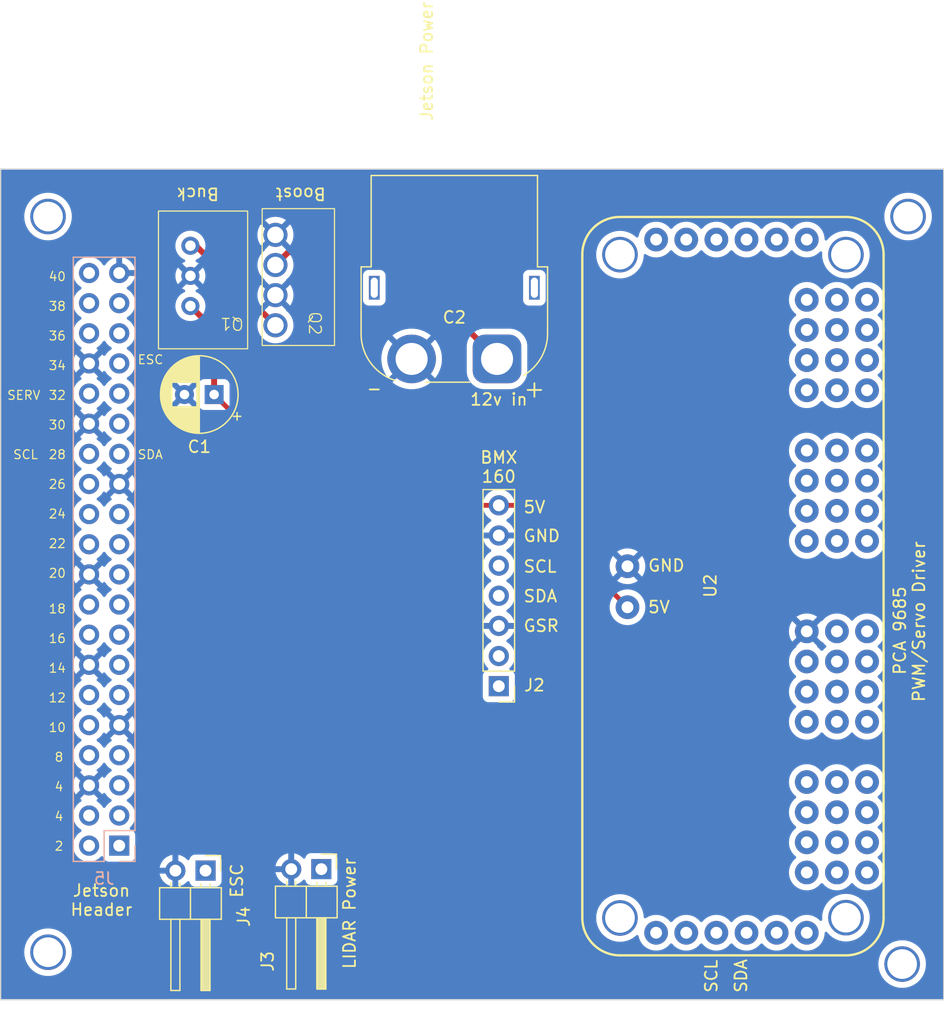
<source format=kicad_pcb>
(kicad_pcb (version 20241229) (generator "pcbnew") (generator_version "9.0")
  (layers (0 "F.Cu" signal) (4 "In1.Cu" signal) (6 "In2.Cu" signal) (2 "B.Cu" signal) (13 "F.Paste" user) (15 "B.Paste" user) (5 "F.SilkS" user "F.Silkscreen") (7 "B.SilkS" user "B.Silkscreen") (1 "F.Mask" user) (3 "B.Mask" user) (25 "Edge.Cuts" user))
  (net 0 "")
  (net 1 "+12V")
  (net 2 "SERVO")
  (net 3 "+5V")
  (net 4 "GND")
  (net 5 "ESC")
  (net 6 "SCL")
  (net 7 "SDA")
  (net 35 "+3.3V")
  (net 48 "STABLE_12V")
  (footprint "Capacitor_THT:CP_Radial_D6.3mm_P2.50mm" (layer "F.Cu") (at 142 46 180)
    (property "Reference" "C1" (at 1.25 -4.4 0) (layer "F.SilkS"))
    (property "Value" "CP_Radial_D6.3mm_P2.50mm")
    (fp_line (start 4.491 -0.402) (end 4.491 0.402) (stroke (width 0.12)) (layer "F.SilkS"))
    (fp_line (start 4.451 -0.633) (end 4.451 0.633) (stroke (width 0.12)) (layer "F.SilkS"))
    (fp_line (start 4.411 -0.802) (end 4.411 0.802) (stroke (width 0.12)) (layer "F.SilkS"))
    (fp_line (start 4.371 -0.94) (end 4.371 0.94) (stroke (width 0.12)) (layer "F.SilkS"))
    (fp_line (start 4.331 -1.059) (end 4.331 1.059) (stroke (width 0.12)) (layer "F.SilkS"))
    (fp_line (start 4.291 -1.165) (end 4.291 1.165) (stroke (width 0.12)) (layer "F.SilkS"))
    (fp_line (start 4.251 -1.262) (end 4.251 1.262) (stroke (width 0.12)) (layer "F.SilkS"))
    (fp_line (start 4.211 -1.35) (end 4.211 1.35) (stroke (width 0.12)) (layer "F.SilkS"))
    (fp_line (start 4.171 -1.432) (end 4.171 1.432) (stroke (width 0.12)) (layer "F.SilkS"))
    (fp_line (start 4.131 -1.509) (end 4.131 1.509) (stroke (width 0.12)) (layer "F.SilkS"))
    (fp_line (start 4.091 -1.581) (end 4.091 1.581) (stroke (width 0.12)) (layer "F.SilkS"))
    (fp_line (start 4.051 -1.65) (end 4.051 1.65) (stroke (width 0.12)) (layer "F.SilkS"))
    (fp_line (start 4.011 -1.714) (end 4.011 1.714) (stroke (width 0.12)) (layer "F.SilkS"))
    (fp_line (start 3.971 -1.776) (end 3.971 1.776) (stroke (width 0.12)) (layer "F.SilkS"))
    (fp_line (start 3.931 -1.834) (end 3.931 1.834) (stroke (width 0.12)) (layer "F.SilkS"))
    (fp_line (start 3.891 -1.89) (end 3.891 1.89) (stroke (width 0.12)) (layer "F.SilkS"))
    (fp_line (start 3.851 -1.944) (end 3.851 1.944) (stroke (width 0.12)) (layer "F.SilkS"))
    (fp_line (start 3.811 -1.995) (end 3.811 1.995) (stroke (width 0.12)) (layer "F.SilkS"))
    (fp_line (start 3.771 -2.044) (end 3.771 2.044) (stroke (width 0.12)) (layer "F.SilkS"))
    (fp_line (start 3.731 -2.092) (end 3.731 2.092) (stroke (width 0.12)) (layer "F.SilkS"))
    (fp_line (start 3.691 -2.137) (end 3.691 2.137) (stroke (width 0.12)) (layer "F.SilkS"))
    (fp_line (start 3.651 -2.182) (end 3.651 2.182) (stroke (width 0.12)) (layer "F.SilkS"))
    (fp_line (start 3.611 -2.224) (end 3.611 2.224) (stroke (width 0.12)) (layer "F.SilkS"))
    (fp_line (start 3.571 -2.265) (end 3.571 2.265) (stroke (width 0.12)) (layer "F.SilkS"))
    (fp_line (start 3.531 1.04) (end 3.531 2.305) (stroke (width 0.12)) (layer "F.SilkS"))
    (fp_line (start 3.531 -2.305) (end 3.531 -1.04) (stroke (width 0.12)) (layer "F.SilkS"))
    (fp_line (start 3.491 1.04) (end 3.491 2.343) (stroke (width 0.12)) (layer "F.SilkS"))
    (fp_line (start 3.491 -2.343) (end 3.491 -1.04) (stroke (width 0.12)) (layer "F.SilkS"))
    (fp_line (start 3.451 1.04) (end 3.451 2.38) (stroke (width 0.12)) (layer "F.SilkS"))
    (fp_line (start 3.451 -2.38) (end 3.451 -1.04) (stroke (width 0.12)) (layer "F.SilkS"))
    (fp_line (start 3.411 1.04) (end 3.411 2.416) (stroke (width 0.12)) (layer "F.SilkS"))
    (fp_line (start 3.411 -2.416) (end 3.411 -1.04) (stroke (width 0.12)) (layer "F.SilkS"))
    (fp_line (start 3.371 1.04) (end 3.371 2.45) (stroke (width 0.12)) (layer "F.SilkS"))
    (fp_line (start 3.371 -2.45) (end 3.371 -1.04) (stroke (width 0.12)) (layer "F.SilkS"))
    (fp_line (start 3.331 1.04) (end 3.331 2.484) (stroke (width 0.12)) (layer "F.SilkS"))
    (fp_line (start 3.331 -2.484) (end 3.331 -1.04) (stroke (width 0.12)) (layer "F.SilkS"))
    (fp_line (start 3.291 1.04) (end 3.291 2.516) (stroke (width 0.12)) (layer "F.SilkS"))
    (fp_line (start 3.291 -2.516) (end 3.291 -1.04) (stroke (width 0.12)) (layer "F.SilkS"))
    (fp_line (start 3.251 1.04) (end 3.251 2.548) (stroke (width 0.12)) (layer "F.SilkS"))
    (fp_line (start 3.251 -2.548) (end 3.251 -1.04) (stroke (width 0.12)) (layer "F.SilkS"))
    (fp_line (start 3.211 1.04) (end 3.211 2.578) (stroke (width 0.12)) (layer "F.SilkS"))
    (fp_line (start 3.211 -2.578) (end 3.211 -1.04) (stroke (width 0.12)) (layer "F.SilkS"))
    (fp_line (start 3.171 1.04) (end 3.171 2.607) (stroke (width 0.12)) (layer "F.SilkS"))
    (fp_line (start 3.171 -2.607) (end 3.171 -1.04) (stroke (width 0.12)) (layer "F.SilkS"))
    (fp_line (start 3.131 1.04) (end 3.131 2.636) (stroke (width 0.12)) (layer "F.SilkS"))
    (fp_line (start 3.131 -2.636) (end 3.131 -1.04) (stroke (width 0.12)) (layer "F.SilkS"))
    (fp_line (start 3.091 1.04) (end 3.091 2.664) (stroke (width 0.12)) (layer "F.SilkS"))
    (fp_line (start 3.091 -2.664) (end 3.091 -1.04) (stroke (width 0.12)) (layer "F.SilkS"))
    (fp_line (start 3.051 1.04) (end 3.051 2.69) (stroke (width 0.12)) (layer "F.SilkS"))
    (fp_line (start 3.051 -2.69) (end 3.051 -1.04) (stroke (width 0.12)) (layer "F.SilkS"))
    (fp_line (start 3.011 1.04) (end 3.011 2.716) (stroke (width 0.12)) (layer "F.SilkS"))
    (fp_line (start 3.011 -2.716) (end 3.011 -1.04) (stroke (width 0.12)) (layer "F.SilkS"))
    (fp_line (start 2.971 1.04) (end 2.971 2.742) (stroke (width 0.12)) (layer "F.SilkS"))
    (fp_line (start 2.971 -2.742) (end 2.971 -1.04) (stroke (width 0.12)) (layer "F.SilkS"))
    (fp_line (start 2.931 1.04) (end 2.931 2.766) (stroke (width 0.12)) (layer "F.SilkS"))
    (fp_line (start 2.931 -2.766) (end 2.931 -1.04) (stroke (width 0.12)) (layer "F.SilkS"))
    (fp_line (start 2.891 1.04) (end 2.891 2.79) (stroke (width 0.12)) (layer "F.SilkS"))
    (fp_line (start 2.891 -2.79) (end 2.891 -1.04) (stroke (width 0.12)) (layer "F.SilkS"))
    (fp_line (start 2.851 1.04) (end 2.851 2.812) (stroke (width 0.12)) (layer "F.SilkS"))
    (fp_line (start 2.851 -2.812) (end 2.851 -1.04) (stroke (width 0.12)) (layer "F.SilkS"))
    (fp_line (start 2.811 1.04) (end 2.811 2.834) (stroke (width 0.12)) (layer "F.SilkS"))
    (fp_line (start 2.811 -2.834) (end 2.811 -1.04) (stroke (width 0.12)) (layer "F.SilkS"))
    (fp_line (start 2.771 1.04) (end 2.771 2.856) (stroke (width 0.12)) (layer "F.SilkS"))
    (fp_line (start 2.771 -2.856) (end 2.771 -1.04) (stroke (width 0.12)) (layer "F.SilkS"))
    (fp_line (start 2.731 1.04) (end 2.731 2.876) (stroke (width 0.12)) (layer "F.SilkS"))
    (fp_line (start 2.731 -2.876) (end 2.731 -1.04) (stroke (width 0.12)) (layer "F.SilkS"))
    (fp_line (start 2.691 1.04) (end 2.691 2.896) (stroke (width 0.12)) (layer "F.SilkS"))
    (fp_line (start 2.691 -2.896) (end 2.691 -1.04) (stroke (width 0.12)) (layer "F.SilkS"))
    (fp_line (start 2.651 1.04) (end 2.651 2.916) (stroke (width 0.12)) (layer "F.SilkS"))
    (fp_line (start 2.651 -2.916) (end 2.651 -1.04) (stroke (width 0.12)) (layer "F.SilkS"))
    (fp_line (start 2.611 1.04) (end 2.611 2.934) (stroke (width 0.12)) (layer "F.SilkS"))
    (fp_line (start 2.611 -2.934) (end 2.611 -1.04) (stroke (width 0.12)) (layer "F.SilkS"))
    (fp_line (start 2.571 1.04) (end 2.571 2.952) (stroke (width 0.12)) (layer "F.SilkS"))
    (fp_line (start 2.571 -2.952) (end 2.571 -1.04) (stroke (width 0.12)) (layer "F.SilkS"))
    (fp_line (start 2.531 1.04) (end 2.531 2.97) (stroke (width 0.12)) (layer "F.SilkS"))
    (fp_line (start 2.531 -2.97) (end 2.531 -1.04) (stroke (width 0.12)) (layer "F.SilkS"))
    (fp_line (start 2.491 1.04) (end 2.491 2.986) (stroke (width 0.12)) (layer "F.SilkS"))
    (fp_line (start 2.491 -2.986) (end 2.491 -1.04) (stroke (width 0.12)) (layer "F.SilkS"))
    (fp_line (start 2.451 1.04) (end 2.451 3.002) (stroke (width 0.12)) (layer "F.SilkS"))
    (fp_line (start 2.451 -3.002) (end 2.451 -1.04) (stroke (width 0.12)) (layer "F.SilkS"))
    (fp_line (start 2.411 1.04) (end 2.411 3.018) (stroke (width 0.12)) (layer "F.SilkS"))
    (fp_line (start 2.411 -3.018) (end 2.411 -1.04) (stroke (width 0.12)) (layer "F.SilkS"))
    (fp_line (start 2.371 1.04) (end 2.371 3.033) (stroke (width 0.12)) (layer "F.SilkS"))
    (fp_line (start 2.371 -3.033) (end 2.371 -1.04) (stroke (width 0.12)) (layer "F.SilkS"))
    (fp_line (start 2.331 1.04) (end 2.331 3.047) (stroke (width 0.12)) (layer "F.SilkS"))
    (fp_line (start 2.331 -3.047) (end 2.331 -1.04) (stroke (width 0.12)) (layer "F.SilkS"))
    (fp_line (start 2.291 1.04) (end 2.291 3.061) (stroke (width 0.12)) (layer "F.SilkS"))
    (fp_line (start 2.291 -3.061) (end 2.291 -1.04) (stroke (width 0.12)) (layer "F.SilkS"))
    (fp_line (start 2.251 1.04) (end 2.251 3.074) (stroke (width 0.12)) (layer "F.SilkS"))
    (fp_line (start 2.251 -3.074) (end 2.251 -1.04) (stroke (width 0.12)) (layer "F.SilkS"))
    (fp_line (start 2.211 1.04) (end 2.211 3.086) (stroke (width 0.12)) (layer "F.SilkS"))
    (fp_line (start 2.211 -3.086) (end 2.211 -1.04) (stroke (width 0.12)) (layer "F.SilkS"))
    (fp_line (start 2.171 1.04) (end 2.171 3.098) (stroke (width 0.12)) (layer "F.SilkS"))
    (fp_line (start 2.171 -3.098) (end 2.171 -1.04) (stroke (width 0.12)) (layer "F.SilkS"))
    (fp_line (start 2.131 1.04) (end 2.131 3.11) (stroke (width 0.12)) (layer "F.SilkS"))
    (fp_line (start 2.131 -3.11) (end 2.131 -1.04) (stroke (width 0.12)) (layer "F.SilkS"))
    (fp_line (start 2.091 1.04) (end 2.091 3.121) (stroke (width 0.12)) (layer "F.SilkS"))
    (fp_line (start 2.091 -3.121) (end 2.091 -1.04) (stroke (width 0.12)) (layer "F.SilkS"))
    (fp_line (start 2.051 1.04) (end 2.051 3.131) (stroke (width 0.12)) (layer "F.SilkS"))
    (fp_line (start 2.051 -3.131) (end 2.051 -1.04) (stroke (width 0.12)) (layer "F.SilkS"))
    (fp_line (start 2.011 1.04) (end 2.011 3.141) (stroke (width 0.12)) (layer "F.SilkS"))
    (fp_line (start 2.011 -3.141) (end 2.011 -1.04) (stroke (width 0.12)) (layer "F.SilkS"))
    (fp_line (start 1.971 1.04) (end 1.971 3.15) (stroke (width 0.12)) (layer "F.SilkS"))
    (fp_line (start 1.971 -3.15) (end 1.971 -1.04) (stroke (width 0.12)) (layer "F.SilkS"))
    (fp_line (start 1.93 1.04) (end 1.93 3.159) (stroke (width 0.12)) (layer "F.SilkS"))
    (fp_line (start 1.93 -3.159) (end 1.93 -1.04) (stroke (width 0.12)) (layer "F.SilkS"))
    (fp_line (start 1.89 1.04) (end 1.89 3.167) (stroke (width 0.12)) (layer "F.SilkS"))
    (fp_line (start 1.89 -3.167) (end 1.89 -1.04) (stroke (width 0.12)) (layer "F.SilkS"))
    (fp_line (start 1.85 1.04) (end 1.85 3.175) (stroke (width 0.12)) (layer "F.SilkS"))
    (fp_line (start 1.85 -3.175) (end 1.85 -1.04) (stroke (width 0.12)) (layer "F.SilkS"))
    (fp_line (start 1.81 1.04) (end 1.81 3.182) (stroke (width 0.12)) (layer "F.SilkS"))
    (fp_line (start 1.81 -3.182) (end 1.81 -1.04) (stroke (width 0.12)) (layer "F.SilkS"))
    (fp_line (start 1.77 1.04) (end 1.77 3.189) (stroke (width 0.12)) (layer "F.SilkS"))
    (fp_line (start 1.77 -3.189) (end 1.77 -1.04) (stroke (width 0.12)) (layer "F.SilkS"))
    (fp_line (start 1.73 1.04) (end 1.73 3.195) (stroke (width 0.12)) (layer "F.SilkS"))
    (fp_line (start 1.73 -3.195) (end 1.73 -1.04) (stroke (width 0.12)) (layer "F.SilkS"))
    (fp_line (start 1.69 1.04) (end 1.69 3.201) (stroke (width 0.12)) (layer "F.SilkS"))
    (fp_line (start 1.69 -3.201) (end 1.69 -1.04) (stroke (width 0.12)) (layer "F.SilkS"))
    (fp_line (start 1.65 1.04) (end 1.65 3.206) (stroke (width 0.12)) (layer "F.SilkS"))
    (fp_line (start 1.65 -3.206) (end 1.65 -1.04) (stroke (width 0.12)) (layer "F.SilkS"))
    (fp_line (start 1.61 1.04) (end 1.61 3.211) (stroke (width 0.12)) (layer "F.SilkS"))
    (fp_line (start 1.61 -3.211) (end 1.61 -1.04) (stroke (width 0.12)) (layer "F.SilkS"))
    (fp_line (start 1.57 1.04) (end 1.57 3.215) (stroke (width 0.12)) (layer "F.SilkS"))
    (fp_line (start 1.57 -3.215) (end 1.57 -1.04) (stroke (width 0.12)) (layer "F.SilkS"))
    (fp_line (start 1.53 1.04) (end 1.53 3.218) (stroke (width 0.12)) (layer "F.SilkS"))
    (fp_line (start 1.53 -3.218) (end 1.53 -1.04) (stroke (width 0.12)) (layer "F.SilkS"))
    (fp_line (start 1.49 1.04) (end 1.49 3.222) (stroke (width 0.12)) (layer "F.SilkS"))
    (fp_line (start 1.49 -3.222) (end 1.49 -1.04) (stroke (width 0.12)) (layer "F.SilkS"))
    (fp_line (start 1.45 -3.224) (end 1.45 3.224) (stroke (width 0.12)) (layer "F.SilkS"))
    (fp_line (start 1.41 -3.227) (end 1.41 3.227) (stroke (width 0.12)) (layer "F.SilkS"))
    (fp_line (start 1.37 -3.228) (end 1.37 3.228) (stroke (width 0.12)) (layer "F.SilkS"))
    (fp_line (start 1.33 -3.23) (end 1.33 3.23) (stroke (width 0.12)) (layer "F.SilkS"))
    (fp_line (start 1.29 -3.23) (end 1.29 3.23) (stroke (width 0.12)) (layer "F.SilkS"))
    (fp_line (start 1.25 -3.23) (end 1.25 3.23) (stroke (width 0.12)) (layer "F.SilkS"))
    (fp_line (start -1.935241 -2.154) (end -1.935241 -1.524) (stroke (width 0.12)) (layer "F.SilkS"))
    (fp_line (start -2.250241 -1.839) (end -1.620241 -1.839) (stroke (width 0.12)) (layer "F.SilkS"))
    (fp_circle (center 1.25 0) (end 4.52 0) (stroke (width 0.12)) (fill no) (layer "F.SilkS"))
    (pad "1" thru_hole rect (at 0 0 180) (size 1.6 1.6) (drill 0.8) (layers "*.Cu" "*.Mask") (net 3 "+5V"))
    (pad "2" thru_hole circle (at 2.5 0 180) (size 1.6 1.6) (drill 0.8) (layers "*.Cu" "*.Mask") (net 4 "GND"))
  )
  (footprint "Connector_PinHeader_2.54mm:PinHeader_1x02_P2.54mm_Horizontal" (layer "F.Cu") (at 141.275 86.125 -90)
    (property "Reference" "J4" (at 3.875 -3.225 90) (layer "F.SilkS"))
    (property "Value" "Screw_Terminal_01x02")
    (fp_line (start 1.44 3.87) (end 4.1 3.87) (stroke (width 0.12)) (layer "F.SilkS"))
    (fp_line (start 4.1 3.87) (end 4.1 -1.33) (stroke (width 0.12)) (layer "F.SilkS"))
    (fp_line (start 1.042929 2.92) (end 1.44 2.92) (stroke (width 0.12)) (layer "F.SilkS"))
    (fp_line (start 10.1 2.92) (end 4.1 2.92) (stroke (width 0.12)) (layer "F.SilkS"))
    (fp_line (start 1.042929 2.16) (end 1.44 2.16) (stroke (width 0.12)) (layer "F.SilkS"))
    (fp_line (start 4.1 2.16) (end 10.1 2.16) (stroke (width 0.12)) (layer "F.SilkS"))
    (fp_line (start 10.1 2.16) (end 10.1 2.92) (stroke (width 0.12)) (layer "F.SilkS"))
    (fp_line (start 1.44 1.27) (end 4.1 1.27) (stroke (width 0.12)) (layer "F.SilkS"))
    (fp_line (start 1.11 0.38) (end 1.44 0.38) (stroke (width 0.12)) (layer "F.SilkS"))
    (fp_line (start 10.1 0.38) (end 4.1 0.38) (stroke (width 0.12)) (layer "F.SilkS"))
    (fp_line (start 4.1 0.28) (end 10.1 0.28) (stroke (width 0.12)) (layer "F.SilkS"))
    (fp_line (start 4.1 0.16) (end 10.1 0.16) (stroke (width 0.12)) (layer "F.SilkS"))
    (fp_line (start 4.1 0.04) (end 10.1 0.04) (stroke (width 0.12)) (layer "F.SilkS"))
    (fp_line (start -1.27 0) (end -1.27 -1.27) (stroke (width 0.12)) (layer "F.SilkS"))
    (fp_line (start 4.1 -0.08) (end 10.1 -0.08) (stroke (width 0.12)) (layer "F.SilkS"))
    (fp_line (start 4.1 -0.2) (end 10.1 -0.2) (stroke (width 0.12)) (layer "F.SilkS"))
    (fp_line (start 4.1 -0.32) (end 10.1 -0.32) (stroke (width 0.12)) (layer "F.SilkS"))
    (fp_line (start 1.11 -0.38) (end 1.44 -0.38) (stroke (width 0.12)) (layer "F.SilkS"))
    (fp_line (start 4.1 -0.38) (end 10.1 -0.38) (stroke (width 0.12)) (layer "F.SilkS"))
    (fp_line (start 10.1 -0.38) (end 10.1 0.38) (stroke (width 0.12)) (layer "F.SilkS"))
    (fp_line (start -1.27 -1.27) (end 0 -1.27) (stroke (width 0.12)) (layer "F.SilkS"))
    (fp_line (start 1.44 -1.33) (end 1.44 3.87) (stroke (width 0.12)) (layer "F.SilkS"))
    (fp_line (start 4.1 -1.33) (end 1.44 -1.33) (stroke (width 0.12)) (layer "F.SilkS"))
    (pad "1" thru_hole rect (at 0 0 270) (size 1.7 1.7) (drill 1) (layers "*.Cu" "*.Mask") (net 5 "ESC"))
    (pad "2" thru_hole oval (at 0 2.54 270) (size 1.7 1.7) (drill 1) (layers "*.Cu" "*.Mask") (net 4 "GND"))
  )
  (footprint "Cruz_Control_Footprints:CRE1S Boost Converter" (layer "F.Cu") (at 146.052 30.3342 -90)
    (property "Reference" "Q2" (at 9.6658 -4.448 270) (layer "F.SilkS") (effects (font (thickness 0.1))))
    (property "Value" "~")
    (fp_rect (start 0 -6.096) (end 11.5316 0) (stroke (width 0.1)) (fill no) (layer "F.SilkS"))
    (pad "1" thru_hole circle (at 2.2098 -1.1176 270) (size 2.032 2.032) (drill 1.397) (layers "*.Cu" "*.Mask") (net 4 "GND"))
    (pad "2" thru_hole circle (at 4.7498 -1.1176 270) (size 2.032 2.032) (drill 1.397) (layers "*.Cu" "*.Mask") (net 1 "+12V"))
    (pad "3" thru_hole circle (at 7.2898 -1.1176 270) (size 2.032 2.032) (drill 1.397) (layers "*.Cu" "*.Mask") (net 4 "GND"))
    (pad "4" thru_hole circle (at 9.8298 -1.1176 270) (size 2.032 2.032) (drill 1.397) (layers "*.Cu" "*.Mask") (net 48 "STABLE_12V"))
  )
  (footprint "Connector_PinHeader_2.54mm:PinHeader_1x07_P2.54mm_Vertical" (layer "F.Cu") (at 166 70.58 180)
    (property "Reference" "J2" (at -3 0.08 180) (layer "F.SilkS"))
    (property "Value" "Conn_01x07_Socket")
    (fp_line (start 1.33 1.27) (end 1.33 16.57) (stroke (width 0.12)) (layer "F.SilkS"))
    (fp_line (start -1.33 16.57) (end 1.33 16.57) (stroke (width 0.12)) (layer "F.SilkS"))
    (fp_line (start -1.33 1.27) (end 1.33 1.27) (stroke (width 0.12)) (layer "F.SilkS"))
    (fp_line (start -1.33 1.27) (end -1.33 16.57) (stroke (width 0.12)) (layer "F.SilkS"))
    (fp_line (start -1.33 0) (end -1.33 -1.33) (stroke (width 0.12)) (layer "F.SilkS"))
    (fp_line (start -1.33 -1.33) (end 0 -1.33) (stroke (width 0.12)) (layer "F.SilkS"))
    (pad "1" thru_hole rect (at 0 0 180) (size 1.7 1.7) (drill 1) (layers "*.Cu" "*.Mask"))
    (pad "2" thru_hole oval (at 0 2.54 180) (size 1.7 1.7) (drill 1) (layers "*.Cu" "*.Mask"))
    (pad "3" thru_hole oval (at 0 5.08 180) (size 1.7 1.7) (drill 1) (layers "*.Cu" "*.Mask") (net 4 "GND"))
    (pad "4" thru_hole oval (at 0 7.62 180) (size 1.7 1.7) (drill 1) (layers "*.Cu" "*.Mask") (net 7 "SDA"))
    (pad "5" thru_hole oval (at 0 10.16 180) (size 1.7 1.7) (drill 1) (layers "*.Cu" "*.Mask") (net 6 "SCL"))
    (pad "6" thru_hole oval (at 0 12.7 180) (size 1.7 1.7) (drill 1) (layers "*.Cu" "*.Mask") (net 4 "GND"))
    (pad "7" thru_hole oval (at 0 15.24 180) (size 1.7 1.7) (drill 1) (layers "*.Cu" "*.Mask") (net 3 "+5V"))
  )
  (footprint "" (layer "F.Cu") (at 200.5 31)
    (property "Reference" "" (at 0 0 0) (layer "F.SilkS") (effects (font (size 1.27 1.27))))
    (property "Value" "")
    (pad "" np_thru_hole circle (at 0 0 90) (size 3 3) (drill 2.5) (layers "*.Cu" "*.Mask"))
  )
  (footprint "Connector_PinHeader_2.54mm:PinHeader_1x02_P2.54mm_Horizontal" (layer "F.Cu") (at 151.04 86 -90)
    (property "Reference" "J3" (at 7.77 4.53 90) (layer "F.SilkS"))
    (property "Value" "Screw_Terminal_01x02")
    (fp_line (start 1.44 3.87) (end 4.1 3.87) (stroke (width 0.12)) (layer "F.SilkS"))
    (fp_line (start 4.1 3.87) (end 4.1 -1.33) (stroke (width 0.12)) (layer "F.SilkS"))
    (fp_line (start 1.042929 2.92) (end 1.44 2.92) (stroke (width 0.12)) (layer "F.SilkS"))
    (fp_line (start 10.1 2.92) (end 4.1 2.92) (stroke (width 0.12)) (layer "F.SilkS"))
    (fp_line (start 1.042929 2.16) (end 1.44 2.16) (stroke (width 0.12)) (layer "F.SilkS"))
    (fp_line (start 4.1 2.16) (end 10.1 2.16) (stroke (width 0.12)) (layer "F.SilkS"))
    (fp_line (start 10.1 2.16) (end 10.1 2.92) (stroke (width 0.12)) (layer "F.SilkS"))
    (fp_line (start 1.44 1.27) (end 4.1 1.27) (stroke (width 0.12)) (layer "F.SilkS"))
    (fp_line (start 1.11 0.38) (end 1.44 0.38) (stroke (width 0.12)) (layer "F.SilkS"))
    (fp_line (start 10.1 0.38) (end 4.1 0.38) (stroke (width 0.12)) (layer "F.SilkS"))
    (fp_line (start 4.1 0.28) (end 10.1 0.28) (stroke (width 0.12)) (layer "F.SilkS"))
    (fp_line (start 4.1 0.16) (end 10.1 0.16) (stroke (width 0.12)) (layer "F.SilkS"))
    (fp_line (start 4.1 0.04) (end 10.1 0.04) (stroke (width 0.12)) (layer "F.SilkS"))
    (fp_line (start -1.27 0) (end -1.27 -1.27) (stroke (width 0.12)) (layer "F.SilkS"))
    (fp_line (start 4.1 -0.08) (end 10.1 -0.08) (stroke (width 0.12)) (layer "F.SilkS"))
    (fp_line (start 4.1 -0.2) (end 10.1 -0.2) (stroke (width 0.12)) (layer "F.SilkS"))
    (fp_line (start 4.1 -0.32) (end 10.1 -0.32) (stroke (width 0.12)) (layer "F.SilkS"))
    (fp_line (start 1.11 -0.38) (end 1.44 -0.38) (stroke (width 0.12)) (layer "F.SilkS"))
    (fp_line (start 4.1 -0.38) (end 10.1 -0.38) (stroke (width 0.12)) (layer "F.SilkS"))
    (fp_line (start 10.1 -0.38) (end 10.1 0.38) (stroke (width 0.12)) (layer "F.SilkS"))
    (fp_line (start -1.27 -1.27) (end 0 -1.27) (stroke (width 0.12)) (layer "F.SilkS"))
    (fp_line (start 1.44 -1.33) (end 1.44 3.87) (stroke (width 0.12)) (layer "F.SilkS"))
    (fp_line (start 4.1 -1.33) (end 1.44 -1.33) (stroke (width 0.12)) (layer "F.SilkS"))
    (pad "1" thru_hole rect (at 0 0 270) (size 1.7 1.7) (drill 1) (layers "*.Cu" "*.Mask") (net 48 "STABLE_12V"))
    (pad "2" thru_hole oval (at 0 2.54 270) (size 1.7 1.7) (drill 1) (layers "*.Cu" "*.Mask") (net 4 "GND"))
  )
  (footprint "Converter_DCDC:LC78_05-3.0" (layer "F.Cu") (at 137.3076 30.539 180)
    (property "Reference" "Q1" (at -6.1924 -9.501 180) (layer "F.SilkS") (effects (font (thickness 0.1))))
    (property "Value" "~")
    (fp_rect (start -7.5184 -11.6078) (end 0 0) (stroke (width 0.1)) (fill no) (layer "F.SilkS"))
    (pad "1" thru_hole circle (at -2.6924 -2.921 180) (size 1.524 1.524) (drill 0.889) (layers "*.Cu" "*.Mask") (net 48 "STABLE_12V"))
    (pad "2" thru_hole circle (at -2.6924 -5.461 180) (size 1.524 1.524) (drill 0.889) (layers "*.Cu" "*.Mask") (net 4 "GND"))
    (pad "3" thru_hole circle (at -2.6924 -8.001 180) (size 1.524 1.524) (drill 0.889) (layers "*.Cu" "*.Mask") (net 3 "+5V"))
  )
  (footprint "Motors:Adafruit PCA9685 rev C (1)" (layer "F.Cu") (at 195.262 90.09 90)
    (property "Reference" "U2" (at 27.9746 -11.43 90) (layer "F.SilkS"))
    (property "Value" "~")
    (fp_line (start 0 -22.2254) (end 55.88 -22.2254) (stroke (width 0.2)) (layer "F.SilkS"))
    (fp_line (start 59.055 -19.0504) (end 59.055 0) (stroke (width 0.2)) (layer "F.SilkS"))
    (fp_line (start -3.175 0) (end -3.175 -19.0504) (stroke (width 0.2)) (layer "F.SilkS"))
    (fp_line (start 55.88 3.175) (end 0 3.175) (stroke (width 0.2)) (layer "F.SilkS"))
    (fp_arc (start 55.88 -22.2254) (mid 58.125064 -21.295464) (end 59.055 -19.0504) (stroke (width 0.2)) (layer "F.SilkS"))
    (fp_arc (start -3.175 -19.0504) (mid -2.245064 -21.295464) (end 0 -22.2254) (stroke (width 0.2)) (layer "F.SilkS"))
    (fp_arc (start 59.055 0) (mid 58.125064 2.245064) (end 55.88 3.175) (stroke (width 0.2)) (layer "F.SilkS"))
    (fp_arc (start 0 3.175) (mid -2.245064 2.245064) (end -3.175 0) (stroke (width 0.2)) (layer "F.SilkS"))
    (pad "" np_thru_hole circle (at -0.0254 -19.05 90) (size 3 3) (drill 2.5) (layers "*.Cu" "*.Mask"))
    (pad "" np_thru_hole circle (at 0 0 90) (size 3 3) (drill 2.5) (layers "*.Cu" "*.Mask"))
    (pad "" np_thru_hole circle (at 55.88 -19.05 90) (size 3 3) (drill 2.5) (layers "*.Cu" "*.Mask"))
    (pad "" np_thru_hole circle (at 55.88 0 90) (size 3 3) (drill 2.5) (layers "*.Cu" "*.Mask"))
    (pad "1" thru_hole circle (at -1.27 -3.302 90) (size 2 2) (drill 1) (layers "*.Cu" "*.Mask"))
    (pad "1" thru_hole circle (at 3.81 -0.762 90) (size 2 2) (drill 1) (layers "*.Cu" "*.Mask"))
    (pad "1" thru_hole circle (at 6.35 -0.762 90) (size 2 2) (drill 1) (layers "*.Cu" "*.Mask"))
    (pad "1" thru_hole circle (at 8.89 -0.762 90) (size 2 2) (drill 1) (layers "*.Cu" "*.Mask"))
    (pad "1" thru_hole circle (at 11.43 -0.762 90) (size 2 2) (drill 1) (layers "*.Cu" "*.Mask"))
    (pad "1" thru_hole circle (at 16.51 -0.762 90) (size 2 2) (drill 1) (layers "*.Cu" "*.Mask"))
    (pad "1" thru_hole circle (at 19.05 -0.762 90) (size 2 2) (drill 1) (layers "*.Cu" "*.Mask"))
    (pad "1" thru_hole circle (at 21.59 -0.762 90) (size 2 2) (drill 1) (layers "*.Cu" "*.Mask"))
    (pad "1" thru_hole circle (at 24.13 -0.762 90) (size 2 2) (drill 1) (layers "*.Cu" "*.Mask"))
    (pad "1" thru_hole circle (at 31.75 -0.762 90) (size 2 2) (drill 1) (layers "*.Cu" "*.Mask"))
    (pad "1" thru_hole circle (at 34.29 -0.762 90) (size 2 2) (drill 1) (layers "*.Cu" "*.Mask"))
    (pad "1" thru_hole circle (at 36.83 -0.762 90) (size 2 2) (drill 1) (layers "*.Cu" "*.Mask"))
    (pad "1" thru_hole circle (at 39.37 -0.762 90) (size 2 2) (drill 1) (layers "*.Cu" "*.Mask"))
    (pad "1" thru_hole circle (at 44.45 -0.762 90) (size 2 2) (drill 1) (layers "*.Cu" "*.Mask"))
    (pad "1" thru_hole circle (at 46.99 -0.762 90) (size 2 2) (drill 1) (layers "*.Cu" "*.Mask"))
    (pad "1" thru_hole circle (at 49.53 -0.762 90) (size 2 2) (drill 1) (layers "*.Cu" "*.Mask"))
    (pad "1" thru_hole circle (at 52.07 -0.762 90) (size 2 2) (drill 1) (layers "*.Cu" "*.Mask"))
    (pad "1" thru_hole circle (at 57.15 -3.302 90) (size 2 2) (drill 1) (layers "*.Cu" "*.Mask"))
    (pad "2" thru_hole circle (at -1.27 -5.842 90) (size 2 2) (drill 1) (layers "*.Cu" "*.Mask"))
    (pad "2" thru_hole circle (at 57.15 -5.842 90) (size 2 2) (drill 1) (layers "*.Cu" "*.Mask"))
    (pad "3" thru_hole circle (at -1.27 -8.382 90) (size 2 2) (drill 1) (layers "*.Cu" "*.Mask") (net 7 "SDA"))
    (pad "3" thru_hole circle (at 57.15 -8.382 90) (size 2 2) (drill 1) (layers "*.Cu" "*.Mask") (net 7 "SDA"))
    (pad "4" thru_hole circle (at -1.27 -10.922 90) (size 2 2) (drill 1) (layers "*.Cu" "*.Mask") (net 6 "SCL"))
    (pad "4" thru_hole circle (at 57.15 -10.922 90) (size 2 2) (drill 1) (layers "*.Cu" "*.Mask") (net 6 "SCL"))
    (pad "5" thru_hole circle (at -1.27 -13.462 90) (size 2 2) (drill 1) (layers "*.Cu" "*.Mask"))
    (pad "5" thru_hole circle (at 57.15 -13.462 90) (size 2 2) (drill 1) (layers "*.Cu" "*.Mask"))
    (pad "6" thru_hole circle (at -1.27 -16.002 90) (size 2 2) (drill 1) (layers "*.Cu" "*.Mask"))
    (pad "6" thru_hole circle (at 3.81 1.778 90) (size 2 2) (drill 1) (layers "*.Cu" "*.Mask"))
    (pad "6" thru_hole circle (at 6.35 1.778 90) (size 2 2) (drill 1) (layers "*.Cu" "*.Mask"))
    (pad "6" thru_hole circle (at 8.89 1.778 90) (size 2 2) (drill 1) (layers "*.Cu" "*.Mask"))
    (pad "6" thru_hole circle (at 11.43 1.778 90) (size 2 2) (drill 1) (layers "*.Cu" "*.Mask"))
    (pad "6" thru_hole circle (at 16.51 1.778 90) (size 2 2) (drill 1) (layers "*.Cu" "*.Mask"))
    (pad "6" thru_hole circle (at 19.05 1.778 90) (size 2 2) (drill 1) (layers "*.Cu" "*.Mask"))
    (pad "6" thru_hole circle (at 21.59 1.778 90) (size 2 2) (drill 1) (layers "*.Cu" "*.Mask"))
    (pad "6" thru_hole circle (at 24.13 1.778 90) (size 2 2) (drill 1) (layers "*.Cu" "*.Mask"))
    (pad "6" thru_hole circle (at 31.75 1.778 90) (size 2 2) (drill 1) (layers "*.Cu" "*.Mask"))
    (pad "6" thru_hole circle (at 34.29 1.778 90) (size 2 2) (drill 1) (layers "*.Cu" "*.Mask"))
    (pad "6" thru_hole circle (at 36.83 1.778 90) (size 2 2) (drill 1) (layers "*.Cu" "*.Mask"))
    (pad "6" thru_hole circle (at 39.37 1.778 90) (size 2 2) (drill 1) (layers "*.Cu" "*.Mask"))
    (pad "6" thru_hole circle (at 44.45 1.778 90) (size 2 2) (drill 1) (layers "*.Cu" "*.Mask"))
    (pad "6" thru_hole circle (at 46.99 1.778 90) (size 2 2) (drill 1) (layers "*.Cu" "*.Mask"))
    (pad "6" thru_hole circle (at 49.53 1.778 90) (size 2 2) (drill 1) (layers "*.Cu" "*.Mask"))
    (pad "6" thru_hole circle (at 52.07 1.778 90) (size 2 2) (drill 1) (layers "*.Cu" "*.Mask"))
    (pad "6" thru_hole circle (at 57.15 -16.002 90) (size 2 2) (drill 1) (layers "*.Cu" "*.Mask"))
    (pad "7" thru_hole circle (at 3.81 -3.302 90) (size 2 2) (drill 1) (layers "*.Cu" "*.Mask"))
    (pad "8" thru_hole circle (at 6.35 -3.302 90) (size 2 2) (drill 1) (layers "*.Cu" "*.Mask"))
    (pad "9" thru_hole circle (at 8.89 -3.302 90) (size 2 2) (drill 1) (layers "*.Cu" "*.Mask"))
    (pad "10" thru_hole circle (at 11.43 -3.302 90) (size 2 2) (drill 1) (layers "*.Cu" "*.Mask"))
    (pad "11" thru_hole circle (at 16.51 -3.302 90) (size 2 2) (drill 1) (layers "*.Cu" "*.Mask"))
    (pad "12" thru_hole circle (at 19.05 -3.302 90) (size 2 2) (drill 1) (layers "*.Cu" "*.Mask"))
    (pad "13" thru_hole circle (at 21.59 -3.302 90) (size 2 2) (drill 1) (layers "*.Cu" "*.Mask"))
    (pad "14" thru_hole circle (at 24.13 -3.302 90) (size 2 2) (drill 1) (layers "*.Cu" "*.Mask") (net 4 "GND"))
    (pad "15" thru_hole circle (at 31.75 -3.302 90) (size 2 2) (drill 1) (layers "*.Cu" "*.Mask"))
    (pad "16" thru_hole circle (at 34.29 -3.302 90) (size 2 2) (drill 1) (layers "*.Cu" "*.Mask"))
    (pad "17" thru_hole circle (at 36.83 -3.302 90) (size 2 2) (drill 1) (layers "*.Cu" "*.Mask"))
    (pad "18" thru_hole circle (at 39.37 -3.302 90) (size 2 2) (drill 1) (layers "*.Cu" "*.Mask"))
    (pad "19" thru_hole circle (at 44.45 -3.302 90) (size 2 2) (drill 1) (layers "*.Cu" "*.Mask"))
    (pad "20" thru_hole circle (at 46.99 -3.302 90) (size 2 2) (drill 1) (layers "*.Cu" "*.Mask"))
    (pad "21" thru_hole circle (at 49.53 -3.302 90) (size 2 2) (drill 1) (layers "*.Cu" "*.Mask"))
    (pad "22" thru_hole circle (at 52.07 -3.302 90) (size 2 2) (drill 1) (layers "*.Cu" "*.Mask"))
    (pad "24" thru_hole circle (at 26.162 -18.415 90) (size 2 2) (drill 1) (layers "*.Cu" "*.Mask") (net 3 "+5V"))
    (pad "25" thru_hole circle (at 29.6164 -18.415 90) (size 2 2) (drill 1) (layers "*.Cu" "*.Mask") (net 4 "GND"))
  )
  (footprint "Connector_AMASS:AMASS_XT60PW-F_1x02_P7.20mm_Horizontal" (layer "F.Cu") (at 165.85 43)
    (property "Reference" "C2" (at -3.6 -3.5 0) (layer "F.SilkS"))
    (property "Value" "~")
    (fp_line (start -11.46 -7.76) (end -11.46 -2.15) (stroke (width 0.12)) (layer "F.SilkS"))
    (fp_line (start -11.46 -7.76) (end -10.61 -7.76) (stroke (width 0.12)) (layer "F.SilkS"))
    (fp_line (start -10.61 -15.46) (end -10.61 -7.76) (stroke (width 0.12)) (layer "F.SilkS"))
    (fp_line (start -10.61 -15.46) (end 3.41 -15.46) (stroke (width 0.12)) (layer "F.SilkS"))
    (fp_line (start -6.05 1.96) (end -2.31 1.96) (stroke (width 0.12)) (layer "F.SilkS"))
    (fp_line (start 3.41 -15.46) (end 3.41 -7.76) (stroke (width 0.12)) (layer "F.SilkS"))
    (fp_line (start 3.41 -7.76) (end 4.26 -7.76) (stroke (width 0.12)) (layer "F.SilkS"))
    (fp_line (start 4.26 -7.76) (end 4.26 -2.15) (stroke (width 0.12)) (layer "F.SilkS"))
    (fp_arc (start -8.5899 1.808718) (mid -10.677645 0.302568) (end -11.46 -2.15) (stroke (width 0.12)) (layer "F.SilkS"))
    (fp_arc (start 4.26 -2.15) (mid 3.727162 -0.126139) (end 2.266806 1.372958) (stroke (width 0.12)) (layer "F.SilkS"))
    (fp_text user "-" (at -10.35 2.5 0) (layer "F.SilkS"))
    (fp_text user "+" (at 3.15 2.5 0) (layer "F.SilkS") (effects (font (size 1.5 1.5))))
    (pad "" thru_hole rect (at -10.35 -6) (size 0.9 2) (drill oval 0.6 1.7) (layers "*.Cu" "*.Mask"))
    (pad "" thru_hole rect (at 3.15 -6) (size 0.9 2) (drill oval 0.6 1.7) (layers "*.Cu" "*.Mask"))
    (pad "1" thru_hole roundrect (at 0 0) (size 4.1 4.1) (drill 2.7) (layers "*.Cu" "*.Mask") (net 1 "+12V"))
    (pad "2" thru_hole circle (at -7.2 0) (size 4.1 4.1) (drill 2.7) (layers "*.Cu" "*.Mask") (net 4 "GND"))
  )
  (footprint "" (layer "F.Cu") (at 128 93)
    (property "Reference" "" (at 0 0 0) (layer "F.SilkS") (effects (font (size 1.27 1.27))))
    (property "Value" "")
    (pad "" np_thru_hole circle (at 0 0 90) (size 3 3) (drill 2.5) (layers "*.Cu" "*.Mask"))
  )
  (footprint "" (layer "F.Cu") (at 128 31)
    (property "Reference" "" (at 0 0 0) (layer "F.SilkS") (effects (font (size 1.27 1.27))))
    (property "Value" "")
    (pad "" np_thru_hole circle (at 0 0 90) (size 3 3) (drill 2.5) (layers "*.Cu" "*.Mask"))
  )
  (footprint "" (layer "F.Cu") (at 200 94)
    (property "Reference" "" (at 0 0 0) (layer "F.SilkS") (effects (font (size 1.27 1.27))))
    (property "Value" "")
    (pad "" np_thru_hole circle (at 0 0 90) (size 3 3) (drill 2.5) (layers "*.Cu" "*.Mask"))
  )
  (footprint "Connector_PinSocket_2.54mm:PinSocket_2x20_P2.54mm_Vertical" (layer "B.Cu") (at 134 84.02)
    (property "Reference" "J5" (at -1.27 2.77 0) (layer "B.SilkS") (effects (justify mirror)))
    (property "Value" "Conn_02x20_Odd_Even")
    (fp_line (start -3.87 -49.59) (end -3.87 1.33) (stroke (width 0.12)) (layer "B.SilkS"))
    (fp_line (start -1.27 -1.27) (end -1.27 1.33) (stroke (width 0.12)) (layer "B.SilkS"))
    (fp_line (start -1.27 1.33) (end -3.87 1.33) (stroke (width 0.12)) (layer "B.SilkS"))
    (fp_line (start 1.33 -49.59) (end -3.87 -49.59) (stroke (width 0.12)) (layer "B.SilkS"))
    (fp_line (start 1.33 -49.59) (end 1.33 -1.27) (stroke (width 0.12)) (layer "B.SilkS"))
    (fp_line (start 1.33 -1.27) (end -1.27 -1.27) (stroke (width 0.12)) (layer "B.SilkS"))
    (fp_line (start 1.33 0) (end 1.33 1.33) (stroke (width 0.12)) (layer "B.SilkS"))
    (fp_line (start 1.33 1.33) (end 0 1.33) (stroke (width 0.12)) (layer "B.SilkS"))
    (pad "1" thru_hole rect (at 0 0) (size 1.7 1.7) (drill 1) (layers "*.Cu" "*.Mask") (net 35 "+3.3V"))
    (pad "2" thru_hole oval (at -2.54 0) (size 1.7 1.7) (drill 1) (layers "*.Cu" "*.Mask"))
    (pad "3" thru_hole oval (at 0 -2.54) (size 1.7 1.7) (drill 1) (layers "*.Cu" "*.Mask"))
    (pad "4" thru_hole oval (at -2.54 -2.54) (size 1.7 1.7) (drill 1) (layers "*.Cu" "*.Mask"))
    (pad "5" thru_hole oval (at 0 -5.08) (size 1.7 1.7) (drill 1) (layers "*.Cu" "*.Mask"))
    (pad "6" thru_hole oval (at -2.54 -5.08) (size 1.7 1.7) (drill 1) (layers "*.Cu" "*.Mask") (net 4 "GND"))
    (pad "7" thru_hole oval (at 0 -7.62) (size 1.7 1.7) (drill 1) (layers "*.Cu" "*.Mask"))
    (pad "8" thru_hole oval (at -2.54 -7.62) (size 1.7 1.7) (drill 1) (layers "*.Cu" "*.Mask"))
    (pad "9" thru_hole oval (at 0 -10.16) (size 1.7 1.7) (drill 1) (layers "*.Cu" "*.Mask") (net 4 "GND"))
    (pad "10" thru_hole oval (at -2.54 -10.16) (size 1.7 1.7) (drill 1) (layers "*.Cu" "*.Mask"))
    (pad "11" thru_hole oval (at 0 -12.7) (size 1.7 1.7) (drill 1) (layers "*.Cu" "*.Mask"))
    (pad "12" thru_hole oval (at -2.54 -12.7) (size 1.7 1.7) (drill 1) (layers "*.Cu" "*.Mask"))
    (pad "13" thru_hole oval (at 0 -15.24) (size 1.7 1.7) (drill 1) (layers "*.Cu" "*.Mask"))
    (pad "14" thru_hole oval (at -2.54 -15.24) (size 1.7 1.7) (drill 1) (layers "*.Cu" "*.Mask") (net 4 "GND"))
    (pad "15" thru_hole oval (at 0 -17.78) (size 1.7 1.7) (drill 1) (layers "*.Cu" "*.Mask"))
    (pad "16" thru_hole oval (at -2.54 -17.78) (size 1.7 1.7) (drill 1) (layers "*.Cu" "*.Mask"))
    (pad "17" thru_hole oval (at 0 -20.32) (size 1.7 1.7) (drill 1) (layers "*.Cu" "*.Mask") (net 35 "+3.3V"))
    (pad "18" thru_hole oval (at -2.54 -20.32) (size 1.7 1.7) (drill 1) (layers "*.Cu" "*.Mask"))
    (pad "19" thru_hole oval (at 0 -22.86) (size 1.7 1.7) (drill 1) (layers "*.Cu" "*.Mask"))
    (pad "20" thru_hole oval (at -2.54 -22.86) (size 1.7 1.7) (drill 1) (layers "*.Cu" "*.Mask") (net 4 "GND"))
    (pad "21" thru_hole oval (at 0 -25.4) (size 1.7 1.7) (drill 1) (layers "*.Cu" "*.Mask"))
    (pad "22" thru_hole oval (at -2.54 -25.4) (size 1.7 1.7) (drill 1) (layers "*.Cu" "*.Mask"))
    (pad "23" thru_hole oval (at 0 -27.94) (size 1.7 1.7) (drill 1) (layers "*.Cu" "*.Mask"))
    (pad "24" thru_hole oval (at -2.54 -27.94) (size 1.7 1.7) (drill 1) (layers "*.Cu" "*.Mask"))
    (pad "25" thru_hole oval (at 0 -30.48) (size 1.7 1.7) (drill 1) (layers "*.Cu" "*.Mask") (net 4 "GND"))
    (pad "26" thru_hole oval (at -2.54 -30.48) (size 1.7 1.7) (drill 1) (layers "*.Cu" "*.Mask"))
    (pad "27" thru_hole oval (at 0 -33.02) (size 1.7 1.7) (drill 1) (layers "*.Cu" "*.Mask") (net 7 "SDA"))
    (pad "28" thru_hole oval (at -2.54 -33.02) (size 1.7 1.7) (drill 1) (layers "*.Cu" "*.Mask") (net 6 "SCL"))
    (pad "29" thru_hole oval (at 0 -35.56) (size 1.7 1.7) (drill 1) (layers "*.Cu" "*.Mask"))
    (pad "30" thru_hole oval (at -2.54 -35.56) (size 1.7 1.7) (drill 1) (layers "*.Cu" "*.Mask") (net 4 "GND"))
    (pad "31" thru_hole oval (at 0 -38.1) (size 1.7 1.7) (drill 1) (layers "*.Cu" "*.Mask"))
    (pad "32" thru_hole oval (at -2.54 -38.1) (size 1.7 1.7) (drill 1) (layers "*.Cu" "*.Mask") (net 2 "SERVO"))
    (pad "33" thru_hole oval (at 0 -40.64) (size 1.7 1.7) (drill 1) (layers "*.Cu" "*.Mask") (net 5 "ESC"))
    (pad "34" thru_hole oval (at -2.54 -40.64) (size 1.7 1.7) (drill 1) (layers "*.Cu" "*.Mask") (net 4 "GND"))
    (pad "35" thru_hole oval (at 0 -43.18) (size 1.7 1.7) (drill 1) (layers "*.Cu" "*.Mask"))
    (pad "36" thru_hole oval (at -2.54 -43.18) (size 1.7 1.7) (drill 1) (layers "*.Cu" "*.Mask"))
    (pad "37" thru_hole oval (at 0 -45.72) (size 1.7 1.7) (drill 1) (layers "*.Cu" "*.Mask"))
    (pad "38" thru_hole oval (at -2.54 -45.72) (size 1.7 1.7) (drill 1) (layers "*.Cu" "*.Mask"))
    (pad "39" thru_hole oval (at 0 -48.26) (size 1.7 1.7) (drill 1) (layers "*.Cu" "*.Mask") (net 4 "GND"))
    (pad "40" thru_hole oval (at -2.54 -48.26) (size 1.7 1.7) (drill 1) (layers "*.Cu" "*.Mask"))
  )
  (gr_rect (start 124 27) (end 203.5 97) (stroke (width 0.1)) (fill no) (layer "Edge.Cuts"))
  (gr_rect (start 124 27) (end 203.5 97) (stroke (width 0.1)) (fill no) (layer "Edge.Cuts"))
  (gr_text "   PCA 9685\nPWM/Servo Driver\n" (at 202 72 90) (layer "F.SilkS") (effects (font (size 1 1)) (justify left bottom)))
  (gr_text "ESC" (at 135.5 43.5 0) (layer "F.SilkS") (effects (font (size 0.75 0.75) (thickness 0.1)) (justify left bottom)))
  (gr_text "20" (at 128 61.5 0) (layer "F.SilkS") (effects (font (size 0.75 0.75) (thickness 0.1)) (justify left bottom)))
  (gr_text "24" (at 128 56.5 0) (layer "F.SilkS") (effects (font (size 0.75 0.75) (thickness 0.1)) (justify left bottom)))
  (gr_text "LIDAR Power" (at 154 94.5 90) (layer "F.SilkS") (effects (font (size 1 1)) (justify left bottom)))
  (gr_text "Jetson\nHeader\n" (at 132.5 90 0) (layer "F.SilkS") (effects (font (size 1 1)) (justify bottom)))
  (gr_text "SCL\n" (at 168 61.08 0) (layer "F.SilkS") (effects (font (size 1 1)) (justify left bottom)))
  (gr_text "SERV\n" (at 124.5 46.5 0) (layer "F.SilkS") (effects (font (size 0.75 0.75) (thickness 0.1)) (justify left bottom)))
  (gr_text "5V\n" (at 168 56.08 0) (layer "F.SilkS") (effects (font (size 1 1)) (justify left bottom)))
  (gr_text "8" (at 128.5 77 0) (layer "F.SilkS") (effects (font (size 0.75 0.75) (thickness 0.1)) (justify left bottom)))
  (gr_text "SCL\n" (at 125 51.5 0) (layer "F.SilkS") (effects (font (size 0.75 0.75) (thickness 0.1)) (justify left bottom)))
  (gr_text "SCL" (at 184.5 96.5 90) (layer "F.SilkS") (effects (font (size 1 1)) (justify left bottom)))
  (gr_text "18" (at 128 64.5 0) (layer "F.SilkS") (effects (font (size 0.75 0.75) (thickness 0.1)) (justify left bottom)))
  (gr_text "32" (at 128 46.5 0) (layer "F.SilkS") (effects (font (size 0.75 0.75) (thickness 0.1)) (justify left bottom)))
  (gr_text "30" (at 128 49 0) (layer "F.SilkS") (effects (font (size 0.75 0.75) (thickness 0.1)) (justify left bottom)))
  (gr_text "10" (at 128 74.5 0) (layer "F.SilkS") (effects (font (size 0.75 0.75) (thickness 0.1)) (justify left bottom)))
  (gr_text "SDA" (at 187 96.5 90) (layer "F.SilkS") (effects (font (size 1 1)) (justify left bottom)))
  (gr_text "36" (at 128 41.5 0) (layer "F.SilkS") (effects (font (size 0.75 0.75) (thickness 0.1)) (justify left bottom)))
  (gr_text "4" (at 128.5 82 0) (layer "F.SilkS") (effects (font (size 0.75 0.75) (thickness 0.1)) (justify left bottom)))
  (gr_text "16" (at 128 67 0) (layer "F.SilkS") (effects (font (size 0.75 0.75) (thickness 0.1)) (justify left bottom)))
  (gr_text "12" (at 128 72 0) (layer "F.SilkS") (effects (font (size 0.75 0.75) (thickness 0.1)) (justify left bottom)))
  (gr_text "22" (at 128 59 0) (layer "F.SilkS") (effects (font (size 0.75 0.75) (thickness 0.1)) (justify left bottom)))
  (gr_text "5V" (at 178.5 64.5 0) (layer "F.SilkS") (effects (font (size 1 1)) (justify left bottom)))
  (gr_text "14" (at 128 69.5 0) (layer "F.SilkS") (effects (font (size 0.75 0.75) (thickness 0.1)) (justify left bottom)))
  (gr_text "4" (at 128.5 79.5 0) (layer "F.SilkS") (effects (font (size 0.75 0.75) (thickness 0.1)) (justify left bottom)))
  (gr_text "38" (at 128 39 0) (layer "F.SilkS") (effects (font (size 0.75 0.75) (thickness 0.1)) (justify left bottom)))
  (gr_text "SDA" (at 135.5 51.5 0) (layer "F.SilkS") (effects (font (size 0.75 0.75) (thickness 0.1)) (justify left bottom)))
  (gr_text "ESC" (at 144.5 88.5 90) (layer "F.SilkS") (effects (font (size 1 1)) (justify left bottom)))
  (gr_text "12v in" (at 163.5 47 0) (layer "F.SilkS") (effects (font (size 1 1)) (justify left bottom)))
  (gr_text "GND\n" (at 168 58.5 0) (layer "F.SilkS") (effects (font (size 1 1)) (justify left bottom)))
  (gr_text "Buck" (at 142.5 28.5 180) (layer "F.SilkS") (effects (font (size 1 1)) (justify left bottom)))
  (gr_text "Jetson Power" (at 160.5 23 90) (layer "F.SilkS") (effects (font (size 1 1)) (justify left bottom)))
  (gr_text "GSR" (at 168 66.08 0) (layer "F.SilkS") (effects (font (size 1 1)) (justify left bottom)))
  (gr_text "26" (at 128 54 0) (layer "F.SilkS") (effects (font (size 0.75 0.75) (thickness 0.1)) (justify left bottom)))
  (gr_text "40" (at 128 36.5 0) (layer "F.SilkS") (effects (font (size 0.75 0.75) (thickness 0.1)) (justify left bottom)))
  (gr_text "2" (at 128.5 84.5 0) (layer "F.SilkS") (effects (font (size 0.75 0.75) (thickness 0.1)) (justify left bottom)))
  (gr_text "BMX\n160\n" (at 166 53.5 0) (layer "F.SilkS") (effects (font (size 1 1)) (justify bottom)))
  (gr_text "SDA" (at 168 63.58 0) (layer "F.SilkS") (effects (font (size 1 1)) (justify left bottom)))
  (gr_text "34" (at 128 44 0) (layer "F.SilkS") (effects (font (size 0.75 0.75) (thickness 0.1)) (justify left bottom)))
  (gr_text "GND" (at 178.5 61 0) (layer "F.SilkS") (effects (font (size 1 1)) (justify left bottom)))
  (gr_text "28" (at 128 51.5 0) (layer "F.SilkS") (effects (font (size 0.75 0.75) (thickness 0.1)) (justify left bottom)))
  (gr_text "Boost" (at 151.5 28.5 180) (layer "F.SilkS") (effects (font (size 1 1)) (justify left bottom)))
  (segment (start 165.85 43) (end 156.85 34) (width 0.5) (layer "F.Cu") (net 1))
  (segment (start 156.85 34) (end 148.2536 34) (width 0.5) (layer "F.Cu") (net 1))
  (segment (start 148.2536 34) (end 147.1696 35.084) (width 0.5) (layer "F.Cu") (net 1))
  (segment (start 168.259 55.34) (end 176.847 63.928) (width 0.41) (layer "F.Cu") (net 3))
  (segment (start 142 40.54) (end 142 46) (width 0.5) (layer "F.Cu") (net 3))
  (segment (start 142 46) (end 151.34 55.34) (width 0.41) (layer "F.Cu") (net 3))
  (segment (start 165.66 55) (end 166 55.34) (width 0.41) (layer "F.Cu") (net 3))
  (segment (start 151.34 55.34) (end 166 55.34) (width 0.41) (layer "F.Cu") (net 3))
  (segment (start 140 38.54) (end 142 40.54) (width 0.5) (layer "F.Cu") (net 3))
  (segment (start 166 55.34) (end 168.259 55.34) (width 0.41) (layer "F.Cu") (net 3))
  (segment (start 147.1696 40.164) (end 140.4656 33.46) (width 0.5) (layer "F.Cu") (net 48))
  (segment (start 140.4656 33.46) (end 140 33.46) (width 0.5) (layer "F.Cu") (net 48))
  (zone (net 4) (net_name "GND") (layer "B.Cu") (connect_pads (clearance 0.5)) (min_thickness 0.25) (fill yes (thermal_gap 0.5) (thermal_bridge_width 0.5))
    (polygon (pts (xy 124 27) (xy 124 97) (xy 203.5 97) (xy 203.5 27)))
  )
)
</source>
